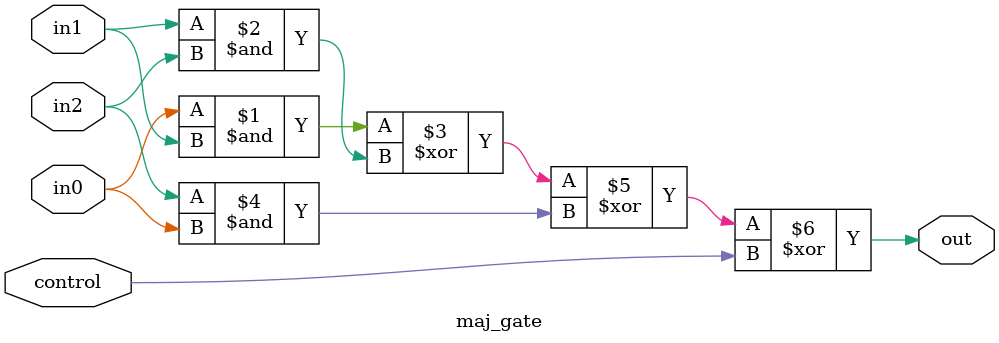
<source format=sv>
`timescale 1ns / 1ps
`default_nettype none // prevents system from inferring an undeclared logic (good practice)
 
module maj_gate (
    input wire control,
    input wire in0,
    input wire in1,
    input wire in2,
    output logic out
  );
 
  assign out = (in0 & in1) ^ (in1 & in2) ^ (in2 & in0) ^ control;
 
endmodule // maj_gate
`default_nettype wire
</source>
